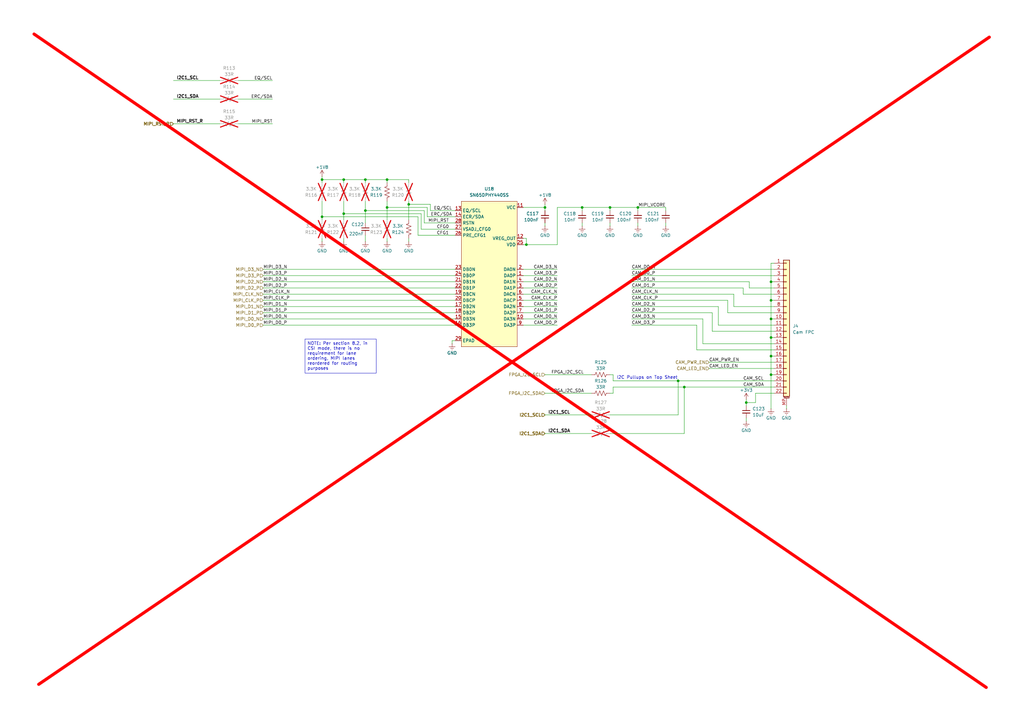
<source format=kicad_sch>
(kicad_sch (version 20250114) (generator "eeschema") (generator_version "9.0")
  (paper "A3")
  (title_block (title "Camera FPC Connector") (date "2025-02-18") (rev "3.0") (company "Drexel University") (comment 1 "Designed by John Hofmeyr"))
  (lib_symbols
    (symbol "Connector_Generic_MountingPin:Conn_01x22_MountingPin" (pin_names (offset 1.016) (hide yes))
      (property "Reference" "J" (at 0 27.94 0))
      (property "Value" "Conn_01x22_MountingPin" (at 1.27 -30.48 0))
      (symbol "Conn_01x22_MountingPin_1_1"
        (rectangle (start -1.27 26.67) (end 1.27 -29.21) (stroke (width 0.254)) (fill (type background)))
        (rectangle (start -1.27 25.527) (end 0 25.273) (stroke (width 0.1524)))
        (rectangle (start -1.27 22.987) (end 0 22.733) (stroke (width 0.1524)))
        (rectangle (start -1.27 20.447) (end 0 20.193) (stroke (width 0.1524)))
        (rectangle (start -1.27 17.907) (end 0 17.653) (stroke (width 0.1524)))
        (rectangle (start -1.27 15.367) (end 0 15.113) (stroke (width 0.1524)))
        (rectangle (start -1.27 12.827) (end 0 12.573) (stroke (width 0.1524)))
        (rectangle (start -1.27 10.287) (end 0 10.033) (stroke (width 0.1524)))
        (rectangle (start -1.27 7.747) (end 0 7.493) (stroke (width 0.1524)))
        (rectangle (start -1.27 5.207) (end 0 4.953) (stroke (width 0.1524)))
        (rectangle (start -1.27 2.667) (end 0 2.413) (stroke (width 0.1524)))
        (rectangle (start -1.27 0.127) (end 0 -0.127) (stroke (width 0.1524)))
        (rectangle (start -1.27 -2.413) (end 0 -2.667) (stroke (width 0.1524)))
        (rectangle (start -1.27 -4.953) (end 0 -5.207) (stroke (width 0.1524)))
        (rectangle (start -1.27 -7.493) (end 0 -7.747) (stroke (width 0.1524)))
        (rectangle (start -1.27 -10.033) (end 0 -10.287) (stroke (width 0.1524)))
        (rectangle (start -1.27 -12.573) (end 0 -12.827) (stroke (width 0.1524)))
        (rectangle (start -1.27 -15.113) (end 0 -15.367) (stroke (width 0.1524)))
        (rectangle (start -1.27 -17.653) (end 0 -17.907) (stroke (width 0.1524)))
        (rectangle (start -1.27 -20.193) (end 0 -20.447) (stroke (width 0.1524)))
        (rectangle (start -1.27 -22.733) (end 0 -22.987) (stroke (width 0.1524)))
        (rectangle (start -1.27 -25.273) (end 0 -25.527) (stroke (width 0.1524)))
        (rectangle (start -1.27 -27.813) (end 0 -28.067) (stroke (width 0.1524)))
        (polyline (pts (xy -1.016 -29.972) (xy 1.016 -29.972)) (stroke (width 0.1524)))
        (text "Mounting" (at 0 -29.591 0) (effects (font (size 0.381 0.381))))
        (pin passive line (at -5.08 25.4 0) (length 3.81) (name "Pin_1") (number "1"))
        (pin passive line (at -5.08 22.86 0) (length 3.81) (name "Pin_2") (number "2"))
        (pin passive line (at -5.08 20.32 0) (length 3.81) (name "Pin_3") (number "3"))
        (pin passive line (at -5.08 17.78 0) (length 3.81) (name "Pin_4") (number "4"))
        (pin passive line (at -5.08 15.24 0) (length 3.81) (name "Pin_5") (number "5"))
        (pin passive line (at -5.08 12.7 0) (length 3.81) (name "Pin_6") (number "6"))
        (pin passive line (at -5.08 10.16 0) (length 3.81) (name "Pin_7") (number "7"))
        (pin passive line (at -5.08 7.62 0) (length 3.81) (name "Pin_8") (number "8"))
        (pin passive line (at -5.08 5.08 0) (length 3.81) (name "Pin_9") (number "9"))
        (pin passive line (at -5.08 2.54 0) (length 3.81) (name "Pin_10") (number "10"))
        (pin passive line (at -5.08 0 0) (length 3.81) (name "Pin_11") (number "11"))
        (pin passive line (at -5.08 -2.54 0) (length 3.81) (name "Pin_12") (number "12"))
        (pin passive line (at -5.08 -5.08 0) (length 3.81) (name "Pin_13") (number "13"))
        (pin passive line (at -5.08 -7.62 0) (length 3.81) (name "Pin_14") (number "14"))
        (pin passive line (at -5.08 -10.16 0) (length 3.81) (name "Pin_15") (number "15"))
        (pin passive line (at -5.08 -12.7 0) (length 3.81) (name "Pin_16") (number "16"))
        (pin passive line (at -5.08 -15.24 0) (length 3.81) (name "Pin_17") (number "17"))
        (pin passive line (at -5.08 -17.78 0) (length 3.81) (name "Pin_18") (number "18"))
        (pin passive line (at -5.08 -20.32 0) (length 3.81) (name "Pin_19") (number "19"))
        (pin passive line (at -5.08 -22.86 0) (length 3.81) (name "Pin_20") (number "20"))
        (pin passive line (at -5.08 -25.4 0) (length 3.81) (name "Pin_21") (number "21"))
        (pin passive line (at -5.08 -27.94 0) (length 3.81) (name "Pin_22") (number "22"))
        (pin passive line (at 0 -33.02 90) (length 3.048) (name "MountPin") (number "MP"))
      )
    )
    (symbol "Device:C_Small" (pin_numbers (hide yes)) (pin_names (offset 0.254) (hide yes))
      (property "Reference" "C" (at 0.254 1.778 0))
      (property "Value" "C_Small" (at 0.254 -2.032 0))
      (symbol "C_Small_0_1"
        (polyline (pts (xy -1.524 0.508) (xy 1.524 0.508)) (stroke (width 0.3048)))
        (polyline (pts (xy -1.524 -0.508) (xy 1.524 -0.508)) (stroke (width 0.3302)))
      )
      (symbol "C_Small_1_1"
        (pin passive line (at 0 2.54 270) (length 2.032) (name "~") (number "1"))
        (pin passive line (at 0 -2.54 90) (length 2.032) (name "~") (number "2"))
      )
    )
    (symbol "Device:R_US" (pin_numbers (hide yes)) (pin_names (offset 0))
      (property "Reference" "R" (at 2.54 0 90))
      (property "Value" "R_US" (at -2.54 0 90))
      (symbol "R_US_0_1"
        (polyline (pts (xy 0 2.286) (xy 0 2.54)))
        (polyline (pts (xy 0 2.286) (xy 1.016 1.905) (xy 0 1.524) (xy -1.016 1.143) (xy 0 0.762)))
        (polyline (pts (xy 0 0.762) (xy 1.016 0.381) (xy 0 0) (xy -1.016 -0.381) (xy 0 -0.762)))
        (polyline (pts (xy 0 -0.762) (xy 1.016 -1.143) (xy 0 -1.524) (xy -1.016 -1.905) (xy 0 -2.286)))
        (polyline (pts (xy 0 -2.286) (xy 0 -2.54)))
      )
      (symbol "R_US_1_1"
        (pin passive line (at 0 3.81 270) (length 1.27) (name "~") (number "1"))
        (pin passive line (at 0 -3.81 90) (length 1.27) (name "~") (number "2"))
      )
    )
    (symbol "IO_Module:SN65DPHY440SS"
      (property "Reference" "U" (at 11.43 31.75 0))
      (property "Value" "SN65DPHY440SS" (at 11.43 29.21 0))
      (symbol "SN65DPHY440SS_1_1"
        (rectangle (start 0 27.94) (end 22.86 -31.75) (fill (type background)))
        (pin passive line (at -2.54 25.4 0) (length 2.54) (name "VCC") (number "11"))
        (pin passive line (at -2.54 12.7 0) (length 2.54) (name "VREG_OUT") (number "12"))
        (pin passive line (at -2.54 10.16 0) (length 2.54) (name "VDD") (number "25"))
        (pin passive line (at -2.54 0 0) (length 2.54) (name "DA0N") (number "2"))
        (pin passive line (at -2.54 -2.54 0) (length 2.54) (name "DA0P") (number "1"))
        (pin passive line (at -2.54 -5.08 0) (length 2.54) (name "DA1N") (number "4"))
        (pin passive line (at -2.54 -7.62 0) (length 2.54) (name "DA1P") (number "3"))
        (pin passive line (at -2.54 -10.16 0) (length 2.54) (name "DACN") (number "6"))
        (pin passive line (at -2.54 -12.7 0) (length 2.54) (name "DACP") (number "5"))
        (pin passive line (at -2.54 -15.24 0) (length 2.54) (name "DA2N") (number "8"))
        (pin passive line (at -2.54 -17.78 0) (length 2.54) (name "DA2P") (number "7"))
        (pin passive line (at -2.54 -20.32 0) (length 2.54) (name "DA3N") (number "10"))
        (pin passive line (at -2.54 -22.86 0) (length 2.54) (name "DA3P") (number "9"))
        (pin passive line (at 25.4 24.13 180) (length 2.54) (name "EQ/SCL") (number "13"))
        (pin passive line (at 25.4 21.59 180) (length 2.54) (name "ECR/SDA") (number "14"))
        (pin passive line (at 25.4 19.05 180) (length 2.54) (name "RSTN") (number "28"))
        (pin passive line (at 25.4 16.51 180) (length 2.54) (name "VSADJ_CFG0") (number "27"))
        (pin passive line (at 25.4 13.97 180) (length 2.54) (name "PRE_CFG1") (number "26"))
        (pin passive line (at 25.4 0 180) (length 2.54) (name "DB0N") (number "23"))
        (pin passive line (at 25.4 -2.54 180) (length 2.54) (name "DB0P") (number "24"))
        (pin passive line (at 25.4 -5.08 180) (length 2.54) (name "DB1N") (number "21"))
        (pin passive line (at 25.4 -7.62 180) (length 2.54) (name "DB1P") (number "22"))
        (pin passive line (at 25.4 -10.16 180) (length 2.54) (name "DBCN") (number "19"))
        (pin passive line (at 25.4 -12.7 180) (length 2.54) (name "DBCP") (number "20"))
        (pin passive line (at 25.4 -15.24 180) (length 2.54) (name "DB2N") (number "17"))
        (pin passive line (at 25.4 -17.78 180) (length 2.54) (name "DB2P") (number "18"))
        (pin passive line (at 25.4 -20.32 180) (length 2.54) (name "DB3N") (number "15"))
        (pin passive line (at 25.4 -22.86 180) (length 2.54) (name "DB3P") (number "16"))
        (pin passive line (at 25.4 -29.21 180) (length 2.54) (name "EPAD") (number "29"))
      )
    )
    (symbol "power:+1V8" (power) (pin_numbers (hide yes)) (pin_names (offset 0) (hide yes))
      (property "Value" "+1V8" (at 0 3.556 0))
      (symbol "+1V8_0_1"
        (polyline (pts (xy -0.762 1.27) (xy 0 2.54)))
        (polyline (pts (xy 0 2.54) (xy 0.762 1.27)))
        (polyline (pts (xy 0 0) (xy 0 2.54)))
      )
      (symbol "+1V8_1_1"
        (pin power_in line (at 0 0 90) (length 0) (name "~") (number "1"))
      )
    )
    (symbol "power:+3V3" (power) (pin_numbers (hide yes)) (pin_names (offset 0) (hide yes))
      (property "Value" "+3V3" (at 0 3.556 0))
      (symbol "+3V3_0_1"
        (polyline (pts (xy -0.762 1.27) (xy 0 2.54)))
        (polyline (pts (xy 0 2.54) (xy 0.762 1.27)))
        (polyline (pts (xy 0 0) (xy 0 2.54)))
      )
      (symbol "+3V3_1_1"
        (pin power_in line (at 0 0 90) (length 0) (name "~") (number "1"))
      )
    )
    (symbol "power:GND" (power) (pin_numbers (hide yes)) (pin_names (offset 0) (hide yes))
      (property "Value" "GND" (at 0 -3.81 0))
      (symbol "GND_0_1"
        (polyline (pts (xy -0.635 -1.905) (xy 0.635 -1.905)))
        (polyline (pts (xy -0.127 -2.54) (xy 0.127 -2.54)))
        (polyline (pts (xy 0 -1.27) (xy 0 0)))
        (polyline (pts (xy 1.27 -1.27) (xy -1.27 -1.27)))
      )
      (symbol "GND_1_1"
        (pin power_in line (at 0 0 270) (length 0) (name "~") (number "1"))
      )
    )
  )
  (text "I2C Pullups on Top Sheet" (at 265.43 154.94 0) (effects (font (size 1.27 1.27))))
  (text_box "NOTE: Per section 8.2, in CSI mode, there is no requirement for lane ordering, MIPI lanes reordered for routing purposes" (at 125.095 139.065 0) (size 29.21 13.97) (margins 0.9525 0.9525 0.9525 0.9525) (effects (font (size 1.27 1.27)) (justify left top)))
  (junction (at 238.76 85.09))
  (junction (at 223.52 85.09))
  (junction (at 316.23 130.81))
  (junction (at 132.08 88.9))
  (junction (at 140.97 87.63))
  (junction (at 316.23 138.43))
  (junction (at 140.97 73.66))
  (junction (at 316.23 153.67))
  (junction (at 316.23 146.05))
  (junction (at 316.23 123.19))
  (junction (at 149.86 86.36))
  (junction (at 158.75 85.09))
  (junction (at 250.19 85.09))
  (junction (at 132.08 73.66))
  (junction (at 167.64 83.82))
  (junction (at 261.62 85.09))
  (junction (at 158.75 73.66))
  (junction (at 306.07 165.1))
  (junction (at 280.67 158.75))
  (junction (at 215.9 100.33))
  (junction (at 316.23 115.57))
  (junction (at 149.86 73.66))
  (junction (at 278.13 156.21))
  (wire (pts (xy 107.95 115.57) (xy 186.69 115.57)))
  (wire (pts (xy 223.52 170.18) (xy 242.57 170.18)))
  (wire (pts (xy 158.75 73.66) (xy 158.75 74.93)))
  (wire (pts (xy 149.86 73.66) (xy 149.86 74.93)))
  (wire (pts (xy 316.23 123.19) (xy 317.5 123.19)))
  (wire (pts (xy 259.08 125.73) (xy 294.64 125.73)))
  (wire (pts (xy 317.5 140.97) (xy 288.29 140.97)))
  (wire (pts (xy 223.52 177.8) (xy 242.57 177.8)))
  (wire (pts (xy 290.83 148.59) (xy 317.5 148.59)))
  (wire (pts (xy 261.62 85.09) (xy 261.62 86.36)))
  (wire (pts (xy 316.23 107.95) (xy 316.23 115.57)))
  (wire (pts (xy 175.26 88.9) (xy 175.26 85.09)))
  (wire (pts (xy 140.97 73.66) (xy 140.97 74.93)))
  (wire (pts (xy 214.63 118.11) (xy 228.6 118.11)))
  (wire (pts (xy 149.86 86.36) (xy 149.86 91.44)))
  (wire (pts (xy 273.05 85.09) (xy 273.05 86.36)))
  (wire (pts (xy 259.08 120.65) (xy 300.99 120.65)))
  (wire (pts (xy 316.23 130.81) (xy 316.23 138.43)))
  (wire (pts (xy 309.88 161.29) (xy 317.5 161.29)))
  (wire (pts (xy 167.64 73.66) (xy 167.64 74.93)))
  (wire (pts (xy 292.1 128.27) (xy 292.1 135.89)))
  (wire (pts (xy 307.34 118.11) (xy 317.5 118.11)))
  (wire (pts (xy 107.95 123.19) (xy 186.69 123.19)))
  (wire (pts (xy 285.75 133.35) (xy 285.75 143.51)))
  (wire (pts (xy 261.62 85.09) (xy 250.19 85.09)))
  (wire (pts (xy 259.08 123.19) (xy 298.45 123.19)))
  (wire (pts (xy 280.67 158.75) (xy 317.5 158.75)))
  (wire (pts (xy 214.63 128.27) (xy 228.6 128.27)))
  (wire (pts (xy 149.86 96.52) (xy 149.86 99.06)))
  (wire (pts (xy 175.26 85.09) (xy 158.75 85.09)))
  (wire (pts (xy 167.64 73.66) (xy 158.75 73.66)))
  (wire (pts (xy 132.08 73.66) (xy 132.08 74.93)))
  (wire (pts (xy 285.75 143.51) (xy 317.5 143.51)))
  (wire (pts (xy 251.46 156.21) (xy 278.13 156.21)))
  (wire (pts (xy 280.67 177.8) (xy 280.67 158.75)))
  (wire (pts (xy 215.9 100.33) (xy 214.63 100.33)))
  (wire (pts (xy 223.52 83.82) (xy 223.52 85.09)))
  (wire (pts (xy 107.95 133.35) (xy 186.69 133.35)))
  (wire (pts (xy 316.23 146.05) (xy 316.23 153.67)))
  (wire (pts (xy 317.5 107.95) (xy 316.23 107.95)))
  (polyline (pts (xy 13.97 13.97) (xy 404.495 281.94)) (stroke (width 1.27) (color 255 0 2 1)))
  (wire (pts (xy 259.08 130.81) (xy 288.29 130.81)))
  (wire (pts (xy 214.63 110.49) (xy 228.6 110.49)))
  (wire (pts (xy 250.19 153.67) (xy 251.46 153.67)))
  (wire (pts (xy 176.53 86.36) (xy 186.69 86.36)))
  (wire (pts (xy 259.08 133.35) (xy 285.75 133.35)))
  (wire (pts (xy 316.23 123.19) (xy 316.23 130.81)))
  (wire (pts (xy 97.79 50.8) (xy 111.76 50.8)))
  (wire (pts (xy 214.63 130.81) (xy 228.6 130.81)))
  (wire (pts (xy 251.46 153.67) (xy 251.46 156.21)))
  (wire (pts (xy 97.79 33.02) (xy 111.76 33.02)))
  (wire (pts (xy 251.46 161.29) (xy 251.46 158.75)))
  (wire (pts (xy 186.69 91.44) (xy 173.99 91.44)))
  (wire (pts (xy 278.13 156.21) (xy 317.5 156.21)))
  (wire (pts (xy 107.95 120.65) (xy 186.69 120.65)))
  (wire (pts (xy 158.75 82.55) (xy 158.75 85.09)))
  (wire (pts (xy 250.19 85.09) (xy 250.19 86.36)))
  (wire (pts (xy 273.05 91.44) (xy 273.05 92.71)))
  (wire (pts (xy 316.23 130.81) (xy 317.5 130.81)))
  (wire (pts (xy 322.58 166.37) (xy 322.58 167.64)))
  (wire (pts (xy 259.08 110.49) (xy 317.5 110.49)))
  (wire (pts (xy 238.76 85.09) (xy 238.76 86.36)))
  (wire (pts (xy 298.45 123.19) (xy 298.45 128.27)))
  (wire (pts (xy 250.19 177.8) (xy 280.67 177.8)))
  (wire (pts (xy 214.63 113.03) (xy 228.6 113.03)))
  (wire (pts (xy 176.53 86.36) (xy 176.53 83.82)))
  (wire (pts (xy 238.76 91.44) (xy 238.76 92.71)))
  (wire (pts (xy 316.23 153.67) (xy 317.5 153.67)))
  (wire (pts (xy 172.72 87.63) (xy 140.97 87.63)))
  (wire (pts (xy 97.79 40.64) (xy 111.76 40.64)))
  (wire (pts (xy 259.08 128.27) (xy 292.1 128.27)))
  (wire (pts (xy 140.97 73.66) (xy 132.08 73.66)))
  (wire (pts (xy 228.6 100.33) (xy 215.9 100.33)))
  (wire (pts (xy 228.6 85.09) (xy 228.6 100.33)))
  (wire (pts (xy 140.97 87.63) (xy 140.97 90.17)))
  (wire (pts (xy 278.13 170.18) (xy 278.13 156.21)))
  (wire (pts (xy 167.64 82.55) (xy 167.64 83.82)))
  (wire (pts (xy 158.75 97.79) (xy 158.75 99.06)))
  (wire (pts (xy 214.63 97.79) (xy 215.9 97.79)))
  (wire (pts (xy 71.12 33.02) (xy 90.17 33.02)))
  (wire (pts (xy 107.95 110.49) (xy 186.69 110.49)))
  (wire (pts (xy 300.99 125.73) (xy 317.5 125.73)))
  (wire (pts (xy 288.29 140.97) (xy 288.29 130.81)))
  (wire (pts (xy 251.46 158.75) (xy 280.67 158.75)))
  (wire (pts (xy 306.07 171.45) (xy 306.07 172.72)))
  (wire (pts (xy 186.69 96.52) (xy 171.45 96.52)))
  (wire (pts (xy 214.63 85.09) (xy 223.52 85.09)))
  (wire (pts (xy 171.45 96.52) (xy 171.45 88.9)))
  (wire (pts (xy 107.95 125.73) (xy 186.69 125.73)))
  (wire (pts (xy 316.23 138.43) (xy 316.23 146.05)))
  (wire (pts (xy 215.9 97.79) (xy 215.9 100.33)))
  (wire (pts (xy 294.64 133.35) (xy 317.5 133.35)))
  (wire (pts (xy 149.86 73.66) (xy 140.97 73.66)))
  (wire (pts (xy 316.23 115.57) (xy 317.5 115.57)))
  (wire (pts (xy 171.45 88.9) (xy 132.08 88.9)))
  (wire (pts (xy 214.63 123.19) (xy 228.6 123.19)))
  (polyline (pts (xy 405.765 15.24) (xy 15.875 280.67)) (stroke (width 1.27) (color 255 0 2 1)))
  (wire (pts (xy 307.34 115.57) (xy 307.34 118.11)))
  (wire (pts (xy 316.23 153.67) (xy 316.23 167.64)))
  (wire (pts (xy 306.07 163.83) (xy 306.07 165.1)))
  (wire (pts (xy 273.05 85.09) (xy 261.62 85.09)))
  (wire (pts (xy 132.08 72.39) (xy 132.08 73.66)))
  (wire (pts (xy 300.99 120.65) (xy 300.99 125.73)))
  (wire (pts (xy 223.52 153.67) (xy 242.57 153.67)))
  (wire (pts (xy 304.8 118.11) (xy 304.8 120.65)))
  (wire (pts (xy 292.1 135.89) (xy 317.5 135.89)))
  (wire (pts (xy 175.26 88.9) (xy 186.69 88.9)))
  (wire (pts (xy 132.08 97.79) (xy 132.08 99.06)))
  (wire (pts (xy 186.69 139.7) (xy 185.42 139.7)))
  (wire (pts (xy 316.23 146.05) (xy 317.5 146.05)))
  (wire (pts (xy 309.88 161.29) (xy 309.88 165.1)))
  (wire (pts (xy 107.95 113.03) (xy 186.69 113.03)))
  (wire (pts (xy 71.12 40.64) (xy 90.17 40.64)))
  (wire (pts (xy 185.42 139.7) (xy 185.42 140.97)))
  (wire (pts (xy 132.08 88.9) (xy 132.08 90.17)))
  (wire (pts (xy 173.99 86.36) (xy 149.86 86.36)))
  (wire (pts (xy 294.64 125.73) (xy 294.64 133.35)))
  (wire (pts (xy 250.19 85.09) (xy 238.76 85.09)))
  (wire (pts (xy 261.62 91.44) (xy 261.62 92.71)))
  (wire (pts (xy 107.95 118.11) (xy 186.69 118.11)))
  (wire (pts (xy 306.07 165.1) (xy 306.07 166.37)))
  (wire (pts (xy 140.97 82.55) (xy 140.97 87.63)))
  (wire (pts (xy 259.08 115.57) (xy 307.34 115.57)))
  (wire (pts (xy 176.53 83.82) (xy 167.64 83.82)))
  (wire (pts (xy 290.83 151.13) (xy 317.5 151.13)))
  (wire (pts (xy 309.88 165.1) (xy 306.07 165.1)))
  (wire (pts (xy 316.23 138.43) (xy 317.5 138.43)))
  (wire (pts (xy 298.45 128.27) (xy 317.5 128.27)))
  (wire (pts (xy 214.63 125.73) (xy 228.6 125.73)))
  (wire (pts (xy 223.52 85.09) (xy 223.52 86.36)))
  (wire (pts (xy 158.75 73.66) (xy 149.86 73.66)))
  (wire (pts (xy 223.52 91.44) (xy 223.52 92.71)))
  (wire (pts (xy 173.99 91.44) (xy 173.99 86.36)))
  (wire (pts (xy 250.19 170.18) (xy 278.13 170.18)))
  (wire (pts (xy 250.19 161.29) (xy 251.46 161.29)))
  (wire (pts (xy 250.19 91.44) (xy 250.19 92.71)))
  (wire (pts (xy 107.95 128.27) (xy 186.69 128.27)))
  (wire (pts (xy 158.75 85.09) (xy 158.75 90.17)))
  (wire (pts (xy 172.72 93.98) (xy 172.72 87.63)))
  (wire (pts (xy 316.23 115.57) (xy 316.23 123.19)))
  (wire (pts (xy 149.86 82.55) (xy 149.86 86.36)))
  (wire (pts (xy 107.95 130.81) (xy 186.69 130.81)))
  (wire (pts (xy 132.08 82.55) (xy 132.08 88.9)))
  (wire (pts (xy 186.69 93.98) (xy 172.72 93.98)))
  (wire (pts (xy 259.08 113.03) (xy 317.5 113.03)))
  (wire (pts (xy 214.63 120.65) (xy 228.6 120.65)))
  (wire (pts (xy 214.63 115.57) (xy 228.6 115.57)))
  (wire (pts (xy 71.12 50.8) (xy 90.17 50.8)))
  (wire (pts (xy 167.64 83.82) (xy 167.64 90.17)))
  (wire (pts (xy 238.76 85.09) (xy 228.6 85.09)))
  (wire (pts (xy 223.52 161.29) (xy 242.57 161.29)))
  (wire (pts (xy 140.97 97.79) (xy 140.97 99.06)))
  (wire (pts (xy 214.63 133.35) (xy 228.6 133.35)))
  (wire (pts (xy 304.8 120.65) (xy 317.5 120.65)))
  (wire (pts (xy 167.64 97.79) (xy 167.64 99.06)))
  (wire (pts (xy 259.08 118.11) (xy 304.8 118.11)))
  (label "CAM_D0_N" (at 259.08 110.49 0))
  (label "CFG1" (at 184.15 96.52 180))
  (label "CAM_SDA" (at 304.8 158.75 0))
  (label "CAM_D2_N" (at 228.6 115.57 180))
  (label "FPGA_I2C_SCL" (at 226.06 153.67 0))
  (label "MIPI_D3_P" (at 107.95 113.03 0))
  (label "I2C1_SDA" (at 224.79 177.8 0) (effects (font (bold yes))))
  (label "MIPI_VCORE" (at 273.05 85.09 180))
  (label "CAM_CLK_P" (at 259.08 123.19 0))
  (label "MIPI_RST_R" (at 72.39 50.8 0) (effects (font (bold yes))))
  (label "MIPI_RST" (at 184.15 91.44 180))
  (label "CAM_D1_P" (at 228.6 128.27 180))
  (label "MIPI_D0_N" (at 107.95 130.81 0))
  (label "CAM_CLK_N" (at 259.08 120.65 0))
  (label "ERC{slash}SDA" (at 111.76 40.64 180))
  (label "CAM_D3_P" (at 228.6 113.03 180))
  (label "I2C1_SCL" (at 224.79 170.18 0) (effects (font (bold yes))))
  (label "CAM_D1_P" (at 259.08 118.11 0))
  (label "EQ{slash}SCL" (at 111.76 33.02 180))
  (label "CAM_CLK_N" (at 228.6 120.65 180))
  (label "CAM_D3_P" (at 259.08 133.35 0))
  (label "CAM_CLK_P" (at 228.6 123.19 180))
  (label "CAM_SCL" (at 304.8 156.21 0))
  (label "MIPI_D2_P" (at 107.95 118.11 0))
  (label "MIPI_RST" (at 111.76 50.8 180))
  (label "CAM_PWR_EN" (at 290.83 148.59 0))
  (label "CAM_D0_P" (at 228.6 133.35 180))
  (label "CAM_D3_N" (at 259.08 130.81 0))
  (label "CAM_D0_N" (at 228.6 130.81 180))
  (label "CAM_D1_N" (at 228.6 125.73 180))
  (label "CFG0" (at 184.15 93.98 180))
  (label "CAM_D1_N" (at 259.08 115.57 0))
  (label "MIPI_D1_P" (at 107.95 128.27 0))
  (label "MIPI_CLK_N" (at 107.95 120.65 0))
  (label "MIPI_D3_N" (at 107.95 110.49 0))
  (label "MIPI_CLK_P" (at 107.95 123.19 0))
  (label "CAM_LED_EN" (at 290.83 151.13 0))
  (label "CAM_D2_N" (at 259.08 125.73 0))
  (label "MIPI_D0_P" (at 107.95 133.35 0))
  (label "CAM_D2_P" (at 259.08 128.27 0))
  (label "CAM_D3_N" (at 228.6 110.49 180))
  (label "I2C1_SCL" (at 72.39 33.02 0) (effects (font (bold yes))))
  (label "MIPI_D2_N" (at 107.95 115.57 0))
  (label "FPGA_I2C_SDA" (at 226.06 161.29 0))
  (label "I2C1_SDA" (at 72.39 40.64 0) (effects (font (bold yes))))
  (label "CAM_D2_P" (at 228.6 118.11 180))
  (label "MIPI_D1_N" (at 107.95 125.73 0))
  (label "ERC{slash}SDA" (at 185.42 88.9 180))
  (label "EQ{slash}SCL" (at 185.42 86.36 180))
  (label "CAM_D0_P" (at 259.08 113.03 0))
  (hierarchical_label "MIPI_D1_P" (shape input) (at 107.95 128.27 180))
  (hierarchical_label "MIPI_D1_N" (shape input) (at 107.95 125.73 180))
  (hierarchical_label "MIPI_D0_P" (shape input) (at 107.95 133.35 180))
  (hierarchical_label "CAM_LED_EN" (shape input) (at 290.83 151.13 180))
  (hierarchical_label "I2C1_SDA" (shape input) (at 223.52 177.8 180) (effects (font (bold yes))))
  (hierarchical_label "MIPI_D2_N" (shape input) (at 107.95 115.57 180))
  (hierarchical_label "MIPI_RST_R" (shape input) (at 71.12 50.8 180) (effects (font (bold yes))))
  (hierarchical_label "I2C1_SCL" (shape input) (at 223.52 170.18 180) (effects (font (bold yes))))
  (hierarchical_label "MIPI_D3_P" (shape input) (at 107.95 113.03 180))
  (hierarchical_label "MIPI_CLK_P" (shape input) (at 107.95 123.19 180))
  (hierarchical_label "MIPI_D0_N" (shape input) (at 107.95 130.81 180))
  (hierarchical_label "FPGA_I2C_SDA" (shape input) (at 223.52 161.29 180))
  (hierarchical_label "CAM_PWR_EN" (shape input) (at 290.83 148.59 180))
  (hierarchical_label "MIPI_CLK_N" (shape input) (at 107.95 120.65 180))
  (hierarchical_label "MIPI_D2_P" (shape input) (at 107.95 118.11 180))
  (hierarchical_label "FPGA_I2C_SCL" (shape input) (at 223.52 153.67 180))
  (hierarchical_label "MIPI_D3_N" (shape input) (at 107.95 110.49 180))
  (symbol (lib_id "Device:R_US") (at 158.75 93.98 0) (mirror x) (unit 1) (dnp yes)
    (property "Reference" "R123" (at 154.305 95.25 0))
    (property "Value" "3.3K" (at 154.305 92.71 0))
    (property "Footprint" "Resistor_SMD:R_0201_0603Metric" (effects (hide yes)))
    (property "Description" "Resistor, US symbol" (effects (hide yes)))
  )
  (symbol (lib_id "Device:R_US") (at 149.86 78.74 0) (mirror x) (unit 1) (dnp yes)
    (property "Reference" "R118" (at 145.415 80.01 0))
    (property "Value" "3.3K" (at 145.415 77.47 0))
    (property "Footprint" "Resistor_SMD:R_0201_0603Metric" (effects (hide yes)))
    (property "Description" "Resistor, US symbol" (effects (hide yes)))
  )
  (symbol (lib_id "power:+3V3") (at 306.07 163.83 0) (unit 1)
    (property "Reference" "#PWR0262" (effects (hide yes)))
    (property "Value" "+3V3" (at 306.07 160.02 0))
    (property "Description" "Power symbol creates a global label with name \"+3V3\"" (effects (hide yes)))
  )
  (symbol (lib_id "Device:R_US") (at 246.38 177.8 270) (unit 1) (dnp yes)
    (property "Reference" "R128" (at 246.38 172.72 90))
    (property "Value" "33R" (at 246.38 175.26 90))
    (property "Footprint" "Resistor_SMD:R_0201_0603Metric" (effects (hide yes)))
    (property "Description" "Resistor, US symbol" (effects (hide yes)))
  )
  (symbol (lib_id "Device:C_Small") (at 250.19 88.9 0) (mirror y) (unit 1)
    (property "Reference" "C119" (at 247.65 87.6362 0) (effects (justify left)))
    (property "Value" "10nF" (at 247.65 90.1762 0) (effects (justify left)))
    (property "Footprint" "Capacitor_SMD:C_0201_0603Metric" (effects (hide yes)))
    (property "Description" "Unpolarized capacitor, small symbol" (effects (hide yes)))
  )
  (symbol (lib_id "Device:R_US") (at 158.75 78.74 0) (mirror x) (unit 1)
    (property "Reference" "R119" (at 154.305 80.01 0))
    (property "Value" "3.3K" (at 154.305 77.47 0))
    (property "Footprint" "Resistor_SMD:R_0201_0603Metric" (effects (hide yes)))
    (property "Description" "Resistor, US symbol" (effects (hide yes)))
  )
  (symbol (lib_id "Device:R_US") (at 246.38 153.67 270) (unit 1)
    (property "Reference" "R125" (at 246.38 148.59 90))
    (property "Value" "33R" (at 246.38 151.13 90))
    (property "Footprint" "Resistor_SMD:R_0201_0603Metric" (effects (hide yes)))
    (property "Description" "Resistor, US symbol" (effects (hide yes)))
  )
  (symbol (lib_id "Device:R_US") (at 246.38 161.29 270) (unit 1)
    (property "Reference" "R126" (at 246.38 156.21 90))
    (property "Value" "33R" (at 246.38 158.75 90))
    (property "Footprint" "Resistor_SMD:R_0201_0603Metric" (effects (hide yes)))
    (property "Description" "Resistor, US symbol" (effects (hide yes)))
  )
  (symbol (lib_id "Device:R_US") (at 93.98 40.64 270) (unit 1) (dnp yes)
    (property "Reference" "R114" (at 93.98 35.56 90))
    (property "Value" "33R" (at 93.98 38.1 90))
    (property "Footprint" "Resistor_SMD:R_0201_0603Metric" (effects (hide yes)))
    (property "Description" "Resistor, US symbol" (effects (hide yes)))
  )
  (symbol (lib_id "power:GND") (at 132.08 99.06 0) (mirror y) (unit 1)
    (property "Reference" "#PWR0256" (effects (hide yes)))
    (property "Value" "GND" (at 132.08 102.87 0))
    (property "Description" "Power symbol creates a global label with name \"GND\" , ground" (effects (hide yes)))
  )
  (symbol (lib_id "Device:C_Small") (at 238.76 88.9 0) (mirror y) (unit 1)
    (property "Reference" "C118" (at 236.22 87.6362 0) (effects (justify left)))
    (property "Value" "10nF" (at 236.22 90.1762 0) (effects (justify left)))
    (property "Footprint" "Capacitor_SMD:C_0201_0603Metric" (effects (hide yes)))
    (property "Description" "Unpolarized capacitor, small symbol" (effects (hide yes)))
  )
  (symbol (lib_id "Device:R_US") (at 132.08 93.98 0) (mirror x) (unit 1) (dnp yes)
    (property "Reference" "R121" (at 127.635 95.25 0))
    (property "Value" "3.3K" (at 127.635 92.71 0))
    (property "Footprint" "Resistor_SMD:R_0201_0603Metric" (effects (hide yes)))
    (property "Description" "Resistor, US symbol" (effects (hide yes)))
  )
  (symbol (lib_id "power:GND") (at 140.97 99.06 0) (mirror y) (unit 1)
    (property "Reference" "#PWR0257" (effects (hide yes)))
    (property "Value" "GND" (at 140.97 102.87 0))
    (property "Description" "Power symbol creates a global label with name \"GND\" , ground" (effects (hide yes)))
  )
  (symbol (lib_id "Device:C_Small") (at 149.86 93.98 0) (mirror y) (unit 1)
    (property "Reference" "C122" (at 149.225 92.075 0) (effects (justify left)))
    (property "Value" "220nF" (at 149.225 95.885 0) (effects (justify left)))
    (property "Footprint" "Capacitor_SMD:C_0201_0603Metric" (effects (hide yes)))
    (property "Description" "Unpolarized capacitor, small symbol" (effects (hide yes)))
  )
  (symbol (lib_id "power:GND") (at 322.58 167.64 0) (unit 1)
    (property "Reference" "#PWR0264" (effects (hide yes)))
    (property "Value" "GND" (at 322.58 171.45 0))
    (property "Description" "Power symbol creates a global label with name \"GND\" , ground" (effects (hide yes)))
  )
  (symbol (lib_id "Device:R_US") (at 246.38 170.18 270) (unit 1) (dnp yes)
    (property "Reference" "R127" (at 246.38 165.1 90))
    (property "Value" "33R" (at 246.38 167.64 90))
    (property "Footprint" "Resistor_SMD:R_0201_0603Metric" (effects (hide yes)))
    (property "Description" "Resistor, US symbol" (effects (hide yes)))
  )
  (symbol (lib_id "Device:C_Small") (at 261.62 88.9 0) (mirror x) (unit 1)
    (property "Reference" "C120" (at 259.08 87.6235 0) (effects (justify right)))
    (property "Value" "100nF" (at 259.08 90.1635 0) (effects (justify right)))
    (property "Footprint" "Capacitor_SMD:C_0201_0603Metric" (effects (hide yes)))
    (property "Description" "Unpolarized capacitor, small symbol" (effects (hide yes)))
  )
  (symbol (lib_id "Device:R_US") (at 140.97 78.74 0) (mirror x) (unit 1) (dnp yes)
    (property "Reference" "R117" (at 136.525 80.01 0))
    (property "Value" "3.3K" (at 136.525 77.47 0))
    (property "Footprint" "Resistor_SMD:R_0201_0603Metric" (effects (hide yes)))
    (property "Description" "Resistor, US symbol" (effects (hide yes)))
  )
  (symbol (lib_id "power:+1V8") (at 223.52 83.82 0) (mirror y) (unit 1)
    (property "Reference" "#PWR0250" (effects (hide yes)))
    (property "Value" "+1V8" (at 223.52 80.01 0))
    (property "Description" "Power symbol creates a global label with name \"+1V8\"" (effects (hide yes)))
  )
  (symbol (lib_id "power:GND") (at 149.86 99.06 0) (mirror y) (unit 1)
    (property "Reference" "#PWR0258" (effects (hide yes)))
    (property "Value" "GND" (at 149.86 102.87 0))
    (property "Description" "Power symbol creates a global label with name \"GND\" , ground" (effects (hide yes)))
  )
  (symbol (lib_id "power:GND") (at 316.23 167.64 0) (unit 1)
    (property "Reference" "#PWR0263" (effects (hide yes)))
    (property "Value" "GND" (at 316.23 171.45 0))
    (property "Description" "Power symbol creates a global label with name \"GND\" , ground" (effects (hide yes)))
  )
  (symbol (lib_id "Device:R_US") (at 132.08 78.74 0) (mirror x) (unit 1) (dnp yes)
    (property "Reference" "R116" (at 127.635 80.01 0))
    (property "Value" "3.3K" (at 127.635 77.47 0))
    (property "Footprint" "Resistor_SMD:R_0201_0603Metric" (effects (hide yes)))
    (property "Description" "Resistor, US symbol" (effects (hide yes)))
  )
  (symbol (lib_id "power:GND") (at 223.52 92.71 0) (mirror y) (unit 1)
    (property "Reference" "#PWR0251" (effects (hide yes)))
    (property "Value" "GND" (at 223.52 96.52 0))
    (property "Description" "Power symbol creates a global label with name \"GND\" , ground" (effects (hide yes)))
  )
  (symbol (lib_id "power:+1V8") (at 132.08 72.39 0) (mirror y) (unit 1)
    (property "Reference" "#PWR0249" (effects (hide yes)))
    (property "Value" "+1V8" (at 132.08 68.58 0))
    (property "Description" "Power symbol creates a global label with name \"+1V8\"" (effects (hide yes)))
  )
  (symbol (lib_id "Device:C_Small") (at 223.52 88.9 0) (mirror x) (unit 1)
    (property "Reference" "C117" (at 220.98 87.6235 0) (effects (justify right)))
    (property "Value" "100nF" (at 220.98 90.1635 0) (effects (justify right)))
    (property "Footprint" "Capacitor_SMD:C_0201_0603Metric" (effects (hide yes)))
    (property "Description" "Unpolarized capacitor, small symbol" (effects (hide yes)))
  )
  (symbol (lib_id "power:GND") (at 273.05 92.71 0) (mirror y) (unit 1)
    (property "Reference" "#PWR0255" (effects (hide yes)))
    (property "Value" "GND" (at 273.05 96.52 0))
    (property "Description" "Power symbol creates a global label with name \"GND\" , ground" (effects (hide yes)))
  )
  (symbol (lib_id "power:GND") (at 261.62 92.71 0) (mirror y) (unit 1)
    (property "Reference" "#PWR0254" (effects (hide yes)))
    (property "Value" "GND" (at 261.62 96.52 0))
    (property "Description" "Power symbol creates a global label with name \"GND\" , ground" (effects (hide yes)))
  )
  (symbol (lib_id "power:GND") (at 185.42 140.97 0) (mirror y) (unit 1)
    (property "Reference" "#PWR0261" (effects (hide yes)))
    (property "Value" "GND" (at 185.42 144.78 0))
    (property "Description" "Power symbol creates a global label with name \"GND\" , ground" (effects (hide yes)))
  )
  (symbol (lib_id "power:GND") (at 167.64 99.06 0) (mirror y) (unit 1)
    (property "Reference" "#PWR0260" (effects (hide yes)))
    (property "Value" "GND" (at 167.64 102.87 0))
    (property "Description" "Power symbol creates a global label with name \"GND\" , ground" (effects (hide yes)))
  )
  (symbol (lib_id "Device:R_US") (at 93.98 50.8 270) (unit 1) (dnp yes)
    (property "Reference" "R115" (at 93.98 45.72 90))
    (property "Value" "33R" (at 93.98 48.26 90))
    (property "Footprint" "Resistor_SMD:R_0201_0603Metric" (effects (hide yes)))
    (property "Description" "Resistor, US symbol" (effects (hide yes)))
  )
  (symbol (lib_id "Device:R_US") (at 167.64 78.74 0) (mirror x) (unit 1) (dnp yes)
    (property "Reference" "R120" (at 163.195 80.01 0))
    (property "Value" "3.3K" (at 163.195 77.47 0))
    (property "Footprint" "Resistor_SMD:R_0201_0603Metric" (effects (hide yes)))
    (property "Description" "Resistor, US symbol" (effects (hide yes)))
  )
  (symbol (lib_id "Device:R_US") (at 167.64 93.98 0) (mirror x) (unit 1)
    (property "Reference" "R124" (at 163.195 95.25 0))
    (property "Value" "3.3K" (at 163.195 92.71 0))
    (property "Footprint" "Resistor_SMD:R_0201_0603Metric" (effects (hide yes)))
    (property "Description" "Resistor, US symbol" (effects (hide yes)))
  )
  (symbol (lib_id "Connector_Generic_MountingPin:Conn_01x22_MountingPin") (at 322.58 133.35 0) (unit 1)
    (property "Reference" "J4" (at 325.12 133.7055 0) (effects (justify left)))
    (property "Value" "Cam FPC" (at 325.12 136.2455 0) (effects (justify left)))
    (property "Footprint" "Connector_FFC-FPC:TE_2-1734839-2_1x22-1MP_P0.5mm_Horizontal" (effects (hide yes)))
    (property "Description" "Generic connectable mounting pin connector, single row, 01x22, script generated (kicad-library-utils/schlib/autogen/connector/)" (effects (hide yes)))
  )
  (symbol (lib_id "Device:R_US") (at 140.97 93.98 0) (mirror x) (unit 1) (dnp yes)
    (property "Reference" "R122" (at 136.525 95.25 0))
    (property "Value" "3.3K" (at 136.525 92.71 0))
    (property "Footprint" "Resistor_SMD:R_0201_0603Metric" (effects (hide yes)))
    (property "Description" "Resistor, US symbol" (effects (hide yes)))
  )
  (symbol (lib_id "power:GND") (at 250.19 92.71 0) (mirror y) (unit 1)
    (property "Reference" "#PWR0253" (effects (hide yes)))
    (property "Value" "GND" (at 250.19 96.52 0))
    (property "Description" "Power symbol creates a global label with name \"GND\" , ground" (effects (hide yes)))
  )
  (symbol (lib_id "Device:C_Small") (at 306.07 168.91 0) (unit 1)
    (property "Reference" "C123" (at 308.61 167.6462 0) (effects (justify left)))
    (property "Value" "10uF" (at 308.61 170.1862 0) (effects (justify left)))
    (property "Footprint" "Capacitor_SMD:C_0603_1608Metric" (effects (hide yes)))
    (property "Description" "Unpolarized capacitor, small symbol" (effects (hide yes)))
  )
  (symbol (lib_id "power:GND") (at 238.76 92.71 0) (mirror y) (unit 1)
    (property "Reference" "#PWR0252" (effects (hide yes)))
    (property "Value" "GND" (at 238.76 96.52 0))
    (property "Description" "Power symbol creates a global label with name \"GND\" , ground" (effects (hide yes)))
  )
  (symbol (lib_id "IO_Module:SN65DPHY440SS") (at 212.09 110.49 0) (mirror y) (unit 1)
    (property "Reference" "U18" (at 200.66 77.47 0))
    (property "Value" "SN65DPHY440SS" (at 200.66 80.01 0))
    (property "Footprint" "IO_Module:RHR28_TEX-L" (effects (hide yes)))
    (property "Datasheet" "https://www.ti.com/lit/ds/symlink/sn65dphy440ss.pdf?ts=1721166613911&ref_url=https%253A%252F%252Fwww.ti.com%252Fproduct%252FSN65DPHY440SS%253Fbm-verify%253DAAQAAAAJ_____0tdH57jiONAZFwhQ2jlkmc-dhQEQDX6nNd4rcX9rGlJ3KESjC84S-P1eThAugQhN06pphKZMl8mN5qKRk7VlL0ISn9LYGrqR-UTgE9ZIPm3rwL7dJ5YYC2Hndfz8uYXvyQt8mztAFLcEUvOsauBuJAW3IjupyJMTf6AICBFvEYiTglWXDtiOsEoDUJqV6994kLSRtcb8Rs6Nq1zv9iF9viZgn_nzwRblAQKVHVy9UVzkFu9366SHPnuDTvPtgxWZAbgY1vs6-LY39IedVNfxWGsvp_xgkJgLrsVmopGxUldGEEozuUJLMBVaxlYl5I" (effects (hide yes)))
  )
  (symbol (lib_id "power:GND") (at 158.75 99.06 0) (mirror y) (unit 1)
    (property "Reference" "#PWR0259" (effects (hide yes)))
    (property "Value" "GND" (at 158.75 102.87 0))
    (property "Description" "Power symbol creates a global label with name \"GND\" , ground" (effects (hide yes)))
  )
  (symbol (lib_id "Device:R_US") (at 93.98 33.02 270) (unit 1) (dnp yes)
    (property "Reference" "R113" (at 93.98 27.94 90))
    (property "Value" "33R" (at 93.98 30.48 90))
    (property "Footprint" "Resistor_SMD:R_0201_0603Metric" (effects (hide yes)))
    (property "Description" "Resistor, US symbol" (effects (hide yes)))
  )
  (symbol (lib_id "power:GND") (at 306.07 172.72 0) (unit 1)
    (property "Reference" "#PWR0265" (effects (hide yes)))
    (property "Value" "GND" (at 306.07 176.53 0))
    (property "Description" "Power symbol creates a global label with name \"GND\" , ground" (effects (hide yes)))
  )
  (symbol (lib_id "Device:C_Small") (at 273.05 88.9 0) (mirror x) (unit 1)
    (property "Reference" "C121" (at 270.51 87.6235 0) (effects (justify right)))
    (property "Value" "100nF" (at 270.51 90.1635 0) (effects (justify right)))
    (property "Footprint" "Capacitor_SMD:C_0201_0603Metric" (effects (hide yes)))
    (property "Description" "Unpolarized capacitor, small symbol" (effects (hide yes)))
  )
)
</source>
